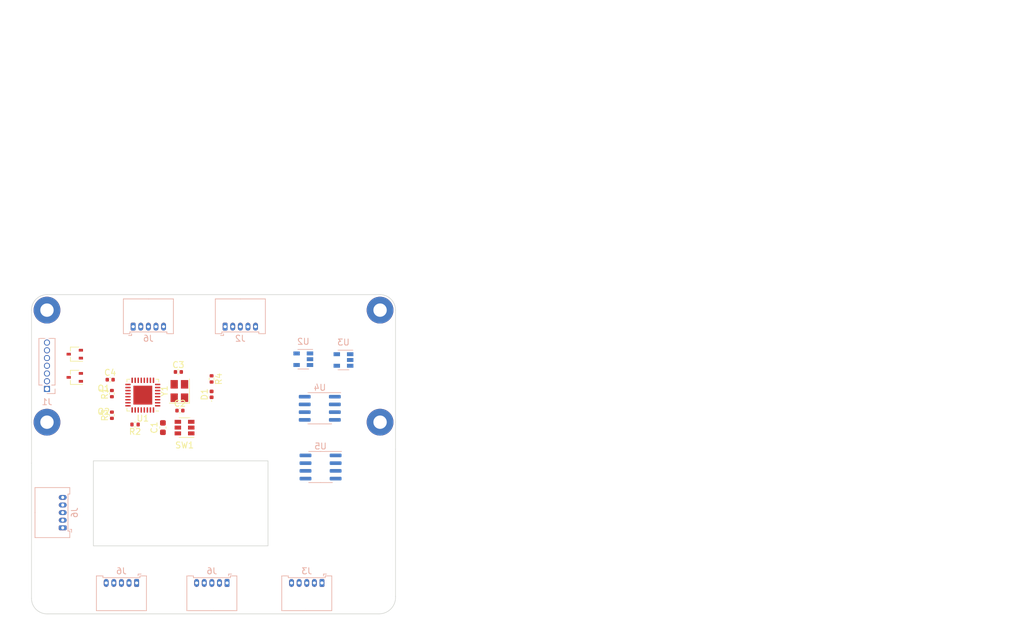
<source format=kicad_pcb>
(kicad_pcb (version 20211014) (generator pcbnew)
  (layers (0 "F.Cu" signal) (31 "B.Cu" signal) (34 "B.Paste" user) (35 "F.Paste" user) (36 "B.SilkS" user "B.Silkscreen") (37 "F.SilkS" user "F.Silkscreen") (38 "B.Mask" user) (39 "F.Mask" user) (44 "Edge.Cuts" user))
  (net 0 "")
  (net 1 "+5V")
  (net 2 "GND")
  (net 3 "Net-(C2-Pad1)")
  (net 4 "Net-(C3-Pad1)")
  (net 5 "Net-(C4-Pad1)")
  (net 6 "Net-(D1-Pad1)")
  (net 11 "Net-(Q1-Pad1)")
  (net 12 "/SDA")
  (net 13 "Net-(Q2-Pad1)")
  (net 14 "/SCL")
  (net 15 "/ISP_RESET")
  (net 16 "/PWEN")
  (net 28 "/ISP_MOSI")
  (net 29 "/ISP_MISO")
  (net 30 "/ISP_SCK")
  (net 37 "/UART0_RX")
  (net 38 "/UART0_TX")
  (footprint "Capacitor_SMD:C_0402_1005Metric" (layer "F.Cu") (at 127.607 78.486)
    (fp_text reference "C4" (at 0 -1.16) (layer "F.SilkS"))
    (fp_text value "22pF")
    (fp_line (start -0.107836 0.36) (end 0.107836 0.36) (layer "F.SilkS") (width 0.12))
    (fp_line (start -0.107836 -0.36) (end 0.107836 -0.36) (layer "F.SilkS") (width 0.12))
    (pad "1" smd roundrect locked (at -0.48 0) (size 0.56 0.62) (layers "F.Cu" "F.Paste" "F.Mask") (net 5 "Net-(C4-Pad1)"))
    (pad "2" smd roundrect locked (at 0.48 0) (size 0.56 0.62) (layers "F.Cu" "F.Paste" "F.Mask") (net 2 "GND"))
  )
  (footprint "Resistor_SMD:R_0402_1005Metric" (layer "F.Cu") (at 127.889 80.774 90)
    (fp_text reference "R1" (at 0 -1.17 90) (layer "F.SilkS"))
    (fp_text value "20K")
    (fp_line (start -0.153641 0.38) (end 0.153641 0.38) (layer "F.SilkS") (width 0.12))
    (fp_line (start -0.153641 -0.38) (end 0.153641 -0.38) (layer "F.SilkS") (width 0.12))
    (pad "1" smd roundrect locked (at -0.51 0 90) (size 0.54 0.64) (layers "F.Cu" "F.Paste" "F.Mask") (net 15 "/ISP_RESET"))
    (pad "2" smd roundrect locked (at 0.51 0 90) (size 0.54 0.64) (layers "F.Cu" "F.Paste" "F.Mask") (net 3 "Net-(C2-Pad1)"))
  )
  (footprint "MountingHole:MountingHole_2.2mm_M2_Pad" (layer "F.Cu") (at 117.221 85.471)
    (fp_text reference "H1" hide)
    (fp_text value "MountingHole_Pad")
    (pad "1" thru_hole circle locked (at 0 0) (size 4.4 4.4) (drill 2.2) (layers *.Cu *.Mask))
  )
  (footprint "Capacitor_SMD:C_0603_1608Metric" (layer "F.Cu") (at 136.271 86.36 90)
    (fp_text reference "C1" (at 0 -1.43 90) (layer "F.SilkS"))
    (fp_text value "1uF")
    (fp_line (start -0.14058 0.51) (end 0.14058 0.51) (layer "F.SilkS") (width 0.12))
    (fp_line (start -0.14058 -0.51) (end 0.14058 -0.51) (layer "F.SilkS") (width 0.12))
    (pad "1" smd roundrect locked (at -0.775 0 90) (size 0.9 0.95) (layers "F.Cu" "F.Paste" "F.Mask") (net 1 "+5V"))
    (pad "2" smd roundrect locked (at 0.775 0 90) (size 0.9 0.95) (layers "F.Cu" "F.Paste" "F.Mask") (net 2 "GND"))
  )
  (footprint "MountingHole:MountingHole_2.2mm_M2_Pad" (layer "F.Cu") (at 171.958 85.471)
    (fp_text reference "H3" hide)
    (fp_text value "MountingHole_Pad")
    (pad "1" thru_hole circle locked (at 0 0) (size 4.4 4.4) (drill 2.2) (layers *.Cu *.Mask))
  )
  (footprint "Resistor_SMD:R_0402_1005Metric" (layer "F.Cu") (at 131.697 85.852 180)
    (fp_text reference "R2" (at 0 -1.17) (layer "F.SilkS"))
    (fp_text value "10K")
    (fp_line (start -0.153641 0.38) (end 0.153641 0.38) (layer "F.SilkS") (width 0.12))
    (fp_line (start -0.153641 -0.38) (end 0.153641 -0.38) (layer "F.SilkS") (width 0.12))
    (pad "1" smd roundrect locked (at -0.51 0 180) (size 0.54 0.64) (layers "F.Cu" "F.Paste" "F.Mask") (net 11 "Net-(Q1-Pad1)"))
    (pad "2" smd roundrect locked (at 0.51 0 180) (size 0.54 0.64) (layers "F.Cu" "F.Paste" "F.Mask") (net 3 "Net-(C2-Pad1)"))
  )
  (footprint "MountingHole:MountingHole_2.2mm_M2_Pad" (layer "F.Cu") (at 117.221 67.056)
    (fp_text reference "H2" hide)
    (fp_text value "MountingHole_Pad")
    (pad "1" thru_hole circle locked (at 0 0) (size 4.4 4.4) (drill 2.2) (layers *.Cu *.Mask))
  )
  (footprint "MountingHole:MountingHole_2.2mm_M2_Pad" (layer "F.Cu") (at 171.958 67.056)
    (fp_text reference "H4" hide)
    (fp_text value "MountingHole_Pad")
    (pad "1" thru_hole circle locked (at 0 0) (size 4.4 4.4) (drill 2.2) (layers *.Cu *.Mask))
  )
  (footprint "Capacitor_SMD:C_0402_1005Metric" (layer "F.Cu") (at 139.065 83.566)
    (fp_text reference "C2" (at 0 -1.16) (layer "F.SilkS"))
    (fp_text value "100nF")
    (fp_line (start -0.107836 -0.36) (end 0.107836 -0.36) (layer "F.SilkS") (width 0.12))
    (fp_line (start -0.107836 0.36) (end 0.107836 0.36) (layer "F.SilkS") (width 0.12))
    (pad "1" smd roundrect locked (at -0.48 0) (size 0.56 0.62) (layers "F.Cu" "F.Paste" "F.Mask") (net 3 "Net-(C2-Pad1)"))
    (pad "2" smd roundrect locked (at 0.48 0) (size 0.56 0.62) (layers "F.Cu" "F.Paste" "F.Mask") (net 2 "GND"))
  )
  (footprint "Resistor_SMD:R_0402_1005Metric" (layer "F.Cu") (at 127.889 84.328 90)
    (fp_text reference "R3" (at 0 -1.17 90) (layer "F.SilkS"))
    (fp_text value "10K")
    (fp_line (start -0.153641 -0.38) (end 0.153641 -0.38) (layer "F.SilkS") (width 0.12))
    (fp_line (start -0.153641 0.38) (end 0.153641 0.38) (layer "F.SilkS") (width 0.12))
    (pad "1" smd roundrect locked (at -0.51 0 90) (size 0.54 0.64) (layers "F.Cu" "F.Paste" "F.Mask") (net 13 "Net-(Q2-Pad1)"))
    (pad "2" smd roundrect locked (at 0.51 0 90) (size 0.54 0.64) (layers "F.Cu" "F.Paste" "F.Mask") (net 3 "Net-(C2-Pad1)"))
  )
  (footprint "LED_SMD:LED_0402_1005Metric" (layer "F.Cu") (at 144.272 80.899 90)
    (fp_text reference "D1" (at 0 -1.17 90) (layer "F.SilkS"))
    (fp_text value "NODE_STATUSLED")
    (fp_circle (center -1.09 0) (end -1.04 0) (layer "F.SilkS") (width 0.1) (fill none))
    (pad "1" smd roundrect locked (at -0.485 0 90) (size 0.59 0.64) (layers "F.Cu" "F.Paste" "F.Mask") (net 6 "Net-(D1-Pad1)"))
    (pad "2" smd roundrect locked (at 0.485 0 90) (size 0.59 0.64) (layers "F.Cu" "F.Paste" "F.Mask") (net 3 "Net-(C2-Pad1)"))
  )
  (footprint "Resistor_SMD:R_0402_1005Metric" (layer "F.Cu") (at 144.272 78.359 -90)
    (fp_text reference "R4" (at 0 -1.17 90) (layer "F.SilkS"))
    (fp_text value "1K")
    (fp_line (start -0.153641 0.38) (end 0.153641 0.38) (layer "F.SilkS") (width 0.12))
    (fp_line (start -0.153641 -0.38) (end 0.153641 -0.38) (layer "F.SilkS") (width 0.12))
    (pad "1" smd roundrect locked (at -0.51 0 270) (size 0.54 0.64) (layers "F.Cu" "F.Paste" "F.Mask") (net 2 "GND"))
    (pad "2" smd roundrect locked (at 0.51 0 270) (size 0.54 0.64) (layers "F.Cu" "F.Paste" "F.Mask") (net 6 "Net-(D1-Pad1)"))
  )
  (footprint "Package_DFN_QFN:QFN-32-1EP_5x5mm_P0.5mm_EP3.1x3.1mm" (layer "F.Cu") (at 132.969 81.026 180)
    (fp_text reference "U1" (at 0 -3.82) (layer "F.SilkS"))
    (fp_text value "ATmega328PB-MU")
    (fp_line (start -2.135 -2.61) (end -2.61 -2.61) (layer "F.SilkS") (width 0.12))
    (fp_line (start 2.61 -2.61) (end 2.61 -2.135) (layer "F.SilkS") (width 0.12))
    (fp_line (start 2.135 -2.61) (end 2.61 -2.61) (layer "F.SilkS") (width 0.12))
    (fp_line (start -2.61 2.61) (end -2.61 2.135) (layer "F.SilkS") (width 0.12))
    (fp_line (start 2.135 2.61) (end 2.61 2.61) (layer "F.SilkS") (width 0.12))
    (fp_line (start -2.135 2.61) (end -2.61 2.61) (layer "F.SilkS") (width 0.12))
    (fp_line (start 2.61 2.61) (end 2.61 2.135) (layer "F.SilkS") (width 0.12))
    (pad "1" smd roundrect locked (at -2.4375 -1.75 180) (size 0.875 0.25) (layers "F.Cu" "F.Paste" "F.Mask"))
    (pad "2" smd roundrect locked (at -2.4375 -1.25 180) (size 0.875 0.25) (layers "F.Cu" "F.Paste" "F.Mask"))
    (pad "3" smd roundrect locked (at -2.4375 -0.75 180) (size 0.875 0.25) (layers "F.Cu" "F.Paste" "F.Mask"))
    (pad "4" smd roundrect locked (at -2.4375 -0.25 180) (size 0.875 0.25) (layers "F.Cu" "F.Paste" "F.Mask") (net 3 "Net-(C2-Pad1)"))
    (pad "5" smd roundrect locked (at -2.4375 0.25 180) (size 0.875 0.25) (layers "F.Cu" "F.Paste" "F.Mask") (net 2 "GND"))
    (pad "6" smd roundrect locked (at -2.4375 0.75 180) (size 0.875 0.25) (layers "F.Cu" "F.Paste" "F.Mask"))
    (pad "7" smd roundrect locked (at -2.4375 1.25 180) (size 0.875 0.25) (layers "F.Cu" "F.Paste" "F.Mask") (net 5 "Net-(C4-Pad1)"))
    (pad "8" smd roundrect locked (at -2.4375 1.75 180) (size 0.875 0.25) (layers "F.Cu" "F.Paste" "F.Mask") (net 4 "Net-(C3-Pad1)"))
    (pad "9" smd roundrect locked (at -1.75 2.4375 180) (size 0.25 0.875) (layers "F.Cu" "F.Paste" "F.Mask"))
    (pad "10" smd roundrect locked (at -1.25 2.4375 180) (size 0.25 0.875) (layers "F.Cu" "F.Paste" "F.Mask"))
    (pad "11" smd roundrect locked (at -0.75 2.4375 180) (size 0.25 0.875) (layers "F.Cu" "F.Paste" "F.Mask"))
    (pad "12" smd roundrect locked (at -0.25 2.4375 180) (size 0.25 0.875) (layers "F.Cu" "F.Paste" "F.Mask"))
    (pad "13" smd roundrect locked (at 0.25 2.4375 180) (size 0.25 0.875) (layers "F.Cu" "F.Paste" "F.Mask"))
    (pad "14" smd roundrect locked (at 0.75 2.4375 180) (size 0.25 0.875) (layers "F.Cu" "F.Paste" "F.Mask"))
    (pad "15" smd roundrect locked (at 1.25 2.4375 180) (size 0.25 0.875) (layers "F.Cu" "F.Paste" "F.Mask") (net 28 "/ISP_MOSI"))
    (pad "16" smd roundrect locked (at 1.75 2.4375 180) (size 0.25 0.875) (layers "F.Cu" "F.Paste" "F.Mask") (net 29 "/ISP_MISO"))
    (pad "17" smd roundrect locked (at 2.4375 1.75 180) (size 0.875 0.25) (layers "F.Cu" "F.Paste" "F.Mask") (net 30 "/ISP_SCK"))
    (pad "18" smd roundrect locked (at 2.4375 1.25 180) (size 0.875 0.25) (layers "F.Cu" "F.Paste" "F.Mask") (net 3 "Net-(C2-Pad1)"))
    (pad "19" smd roundrect locked (at 2.4375 0.75 180) (size 0.875 0.25) (layers "F.Cu" "F.Paste" "F.Mask"))
    (pad "20" smd roundrect locked (at 2.4375 0.25 180) (size 0.875 0.25) (layers "F.Cu" "F.Paste" "F.Mask") (net 3 "Net-(C2-Pad1)"))
    (pad "21" smd roundrect locked (at 2.4375 -0.25 180) (size 0.875 0.25) (layers "F.Cu" "F.Paste" "F.Mask") (net 2 "GND"))
    (pad "22" smd roundrect locked (at 2.4375 -0.75 180) (size 0.875 0.25) (layers "F.Cu" "F.Paste" "F.Mask"))
    (pad "23" smd roundrect locked (at 2.4375 -1.25 180) (size 0.875 0.25) (layers "F.Cu" "F.Paste" "F.Mask"))
    (pad "24" smd roundrect locked (at 2.4375 -1.75 180) (size 0.875 0.25) (layers "F.Cu" "F.Paste" "F.Mask"))
    (pad "25" smd roundrect locked (at 1.75 -2.4375 180) (size 0.25 0.875) (layers "F.Cu" "F.Paste" "F.Mask"))
    (pad "26" smd roundrect locked (at 1.25 -2.4375 180) (size 0.25 0.875) (layers "F.Cu" "F.Paste" "F.Mask"))
    (pad "27" smd roundrect locked (at 0.75 -2.4375 180) (size 0.25 0.875) (layers "F.Cu" "F.Paste" "F.Mask") (net 11 "Net-(Q1-Pad1)"))
    (pad "28" smd roundrect locked (at 0.25 -2.4375 180) (size 0.25 0.875) (layers "F.Cu" "F.Paste" "F.Mask") (net 13 "Net-(Q2-Pad1)"))
    (pad "29" smd roundrect locked (at -0.25 -2.4375 180) (size 0.25 0.875) (layers "F.Cu" "F.Paste" "F.Mask") (net 15 "/ISP_RESET"))
    (pad "30" smd roundrect locked (at -0.75 -2.4375 180) (size 0.25 0.875) (layers "F.Cu" "F.Paste" "F.Mask") (net 37 "/UART0_RX"))
    (pad "31" smd roundrect locked (at -1.25 -2.4375 180) (size 0.25 0.875) (layers "F.Cu" "F.Paste" "F.Mask") (net 38 "/UART0_TX"))
    (pad "32" smd roundrect locked (at -1.75 -2.4375 180) (size 0.25 0.875) (layers "F.Cu" "F.Paste" "F.Mask"))
    (pad "33" smd rect locked (at 0 0 180) (size 3.1 3.1) (layers "F.Cu" "F.Mask") (net 2 "GND"))
  )
  (footprint "Package_TO_SOT_SMD:SOT-23-6" (layer "F.Cu") (at 139.827 86.36 180)
    (fp_text reference "SW1" (at 0 -2.9) (layer "F.SilkS"))
    (fp_text value "ADG802BRT")
    (fp_line (start -0.9 1.61) (end 0.9 1.61) (layer "F.SilkS") (width 0.12))
    (fp_line (start 0.9 -1.61) (end -1.55 -1.61) (layer "F.SilkS") (width 0.12))
    (pad "1" smd rect locked (at -1.1 -0.95 180) (size 1.06 0.65) (layers "F.Cu" "F.Paste" "F.Mask") (net 3 "Net-(C2-Pad1)"))
    (pad "2" smd rect locked (at -1.1 0 180) (size 1.06 0.65) (layers "F.Cu" "F.Paste" "F.Mask") (net 1 "+5V"))
    (pad "3" smd rect locked (at -1.1 0.95 180) (size 1.06 0.65) (layers "F.Cu" "F.Paste" "F.Mask") (net 2 "GND"))
    (pad "4" smd rect locked (at 1.1 0.95 180) (size 1.06 0.65) (layers "F.Cu" "F.Paste" "F.Mask") (net 16 "/PWEN"))
    (pad "5" smd rect locked (at 1.1 0 180) (size 1.06 0.65) (layers "F.Cu" "F.Paste" "F.Mask"))
    (pad "6" smd rect locked (at 1.1 -0.95 180) (size 1.06 0.65) (layers "F.Cu" "F.Paste" "F.Mask") (net 1 "+5V"))
  )
  (footprint "Capacitor_SMD:C_0402_1005Metric" (layer "F.Cu") (at 138.811 77.216)
    (fp_text reference "C3" (at 0 -1.16) (layer "F.SilkS"))
    (fp_text value "22pF")
    (fp_line (start -0.107836 -0.36) (end 0.107836 -0.36) (layer "F.SilkS") (width 0.12))
    (fp_line (start -0.107836 0.36) (end 0.107836 0.36) (layer "F.SilkS") (width 0.12))
    (pad "1" smd roundrect locked (at -0.48 0) (size 0.56 0.62) (layers "F.Cu" "F.Paste" "F.Mask") (net 4 "Net-(C3-Pad1)"))
    (pad "2" smd roundrect locked (at 0.48 0) (size 0.56 0.62) (layers "F.Cu" "F.Paste" "F.Mask") (net 2 "GND"))
  )
  (footprint "Package_TO_SOT_SMD:SOT-323_SC-70" (layer "F.Cu") (at 121.793 74.295 180)
    (fp_text reference "Q1" (at -4.749 -5.633) (layer "F.SilkS"))
    (fp_text value "RJU003N03 NMOS")
    (fp_line (start 0.73 -1.16) (end 0.73 -0.5) (layer "F.SilkS") (width 0.12))
    (fp_line (start 0.73 0.5) (end 0.73 1.16) (layer "F.SilkS") (width 0.12))
    (fp_line (start 0.73 -1.16) (end -1.3 -1.16) (layer "F.SilkS") (width 0.12))
    (fp_line (start -0.68 1.16) (end 0.73 1.16) (layer "F.SilkS") (width 0.12))
    (pad "1" smd rect locked (at -1 -0.65 90) (size 0.45 0.7) (layers "F.Cu" "F.Paste" "F.Mask") (net 11 "Net-(Q1-Pad1)"))
    (pad "2" smd rect locked (at -1 0.65 90) (size 0.45 0.7) (layers "F.Cu" "F.Paste" "F.Mask") (net 3 "Net-(C2-Pad1)"))
    (pad "3" smd rect locked (at 1 0 90) (size 0.45 0.7) (layers "F.Cu" "F.Paste" "F.Mask") (net 12 "/SDA"))
  )
  (footprint "Crystal:Crystal_SMD_3225-4Pin_3.2x2.5mm" (layer "F.Cu") (at 138.977 80.348 90)
    (fp_text reference "Y1" (at 0 -2.45 90) (layer "F.SilkS"))
    (fp_text value "8 MHz")
    (fp_line (start -2 1.65) (end 2 1.65) (layer "F.SilkS") (width 0.12))
    (fp_line (start -2 -1.65) (end -2 1.65) (layer "F.SilkS") (width 0.12))
    (pad "1" smd rect locked (at -1.1 0.85 90) (size 1.4 1.2) (layers "F.Cu" "F.Paste" "F.Mask") (net 5 "Net-(C4-Pad1)"))
    (pad "2" smd rect locked (at 1.1 0.85 90) (size 1.4 1.2) (layers "F.Cu" "F.Paste" "F.Mask") (net 2 "GND"))
    (pad "3" smd rect locked (at 1.1 -0.85 90) (size 1.4 1.2) (layers "F.Cu" "F.Paste" "F.Mask") (net 4 "Net-(C3-Pad1)"))
    (pad "4" smd rect locked (at -1.1 -0.85 90) (size 1.4 1.2) (layers "F.Cu" "F.Paste" "F.Mask") (net 2 "GND"))
  )
  (footprint "Package_TO_SOT_SMD:SOT-323_SC-70" (layer "F.Cu") (at 121.793 78.105 180)
    (fp_text reference "Q2" (at -4.749 -5.633) (layer "F.SilkS"))
    (fp_text value "RJU003N03 NMOS")
    (fp_line (start 0.73 0.5) (end 0.73 1.16) (layer "F.SilkS") (width 0.12))
    (fp_line (start 0.73 -1.16) (end 0.73 -0.5) (layer "F.SilkS") (width 0.12))
    (fp_line (start -0.68 1.16) (end 0.73 1.16) (layer "F.SilkS") (width 0.12))
    (fp_line (start 0.73 -1.16) (end -1.3 -1.16) (layer "F.SilkS") (width 0.12))
    (pad "1" smd rect locked (at -1 -0.65 90) (size 0.45 0.7) (layers "F.Cu" "F.Paste" "F.Mask") (net 13 "Net-(Q2-Pad1)"))
    (pad "2" smd rect locked (at -1 0.65 90) (size 0.45 0.7) (layers "F.Cu" "F.Paste" "F.Mask") (net 3 "Net-(C2-Pad1)"))
    (pad "3" smd rect locked (at 1 0 90) (size 0.45 0.7) (layers "F.Cu" "F.Paste" "F.Mask") (net 14 "/SCL"))
  )
  (footprint "Connector_Molex:Molex_PicoBlade_53048-0510_1x05_P1.25mm_Horizontal" (layer "B.Cu") (at 146.812 111.887 180)
    (fp_text reference "J6" (at 2.5 1.95) (layer "B.SilkS") (effects (justify mirror)))
    (fp_text value "Conn_01x05_Female")
    (fp_line (start 6.61 1.16) (end 6.61 -4.56) (layer "B.SilkS") (width 0.12))
    (fp_line (start -0.25 1.45) (end -0.75 1.45) (layer "B.SilkS") (width 0.12))
    (fp_line (start -0.54 1.16) (end -1.61 1.16) (layer "B.SilkS") (width 0.12))
    (fp_line (start 6.61 -4.56) (end 2.5 -4.56) (layer "B.SilkS") (width 0.12))
    (fp_line (start -1.61 1.16) (end -1.61 -4.56) (layer "B.SilkS") (width 0.12))
    (fp_line (start 5.54 0.86) (end 5.54 1.16) (layer "B.SilkS") (width 0.12))
    (fp_line (start -0.25 1.15) (end -0.25 1.45) (layer "B.SilkS") (width 0.12))
    (fp_line (start -0.54 0.86) (end -0.54 1.16) (layer "B.SilkS") (width 0.12))
    (fp_line (start 5.54 1.16) (end 6.61 1.16) (layer "B.SilkS") (width 0.12))
    (fp_line (start 2.5 0.86) (end 5.54 0.86) (layer "B.SilkS") (width 0.12))
    (fp_line (start -1.61 -4.56) (end 2.5 -4.56) (layer "B.SilkS") (width 0.12))
    (fp_line (start 2.5 0.86) (end -0.54 0.86) (layer "B.SilkS") (width 0.12))
    (pad "1" thru_hole roundrect locked (at 0 0 180) (size 0.8 1.3) (drill 0.5) (layers *.Cu *.Mask))
    (pad "2" thru_hole oval locked (at 1.25 0 180) (size 0.8 1.3) (drill 0.5) (layers *.Cu *.Mask))
    (pad "3" thru_hole oval locked (at 2.5 0 180) (size 0.8 1.3) (drill 0.5) (layers *.Cu *.Mask))
    (pad "4" thru_hole oval locked (at 3.75 0 180) (size 0.8 1.3) (drill 0.5) (layers *.Cu *.Mask))
    (pad "5" thru_hole oval locked (at 5 0 180) (size 0.8 1.3) (drill 0.5) (layers *.Cu *.Mask))
  )
  (footprint "Package_TO_SOT_SMD:SOT-23-5" (layer "B.Cu") (at 159.342 75.123 180)
    (fp_text reference "U2" (at 0 2.9) (layer "B.SilkS") (effects (justify mirror)))
    (fp_text value "LMV7239M5")
    (fp_line (start 0.9 1.61) (end -1.55 1.61) (layer "B.SilkS") (width 0.12))
    (fp_line (start -0.9 -1.61) (end 0.9 -1.61) (layer "B.SilkS") (width 0.12))
    (pad "1" smd rect locked (at -1.1 0.95 180) (size 1.06 0.65) (layers "B.Cu" "B.Paste" "B.Mask"))
    (pad "2" smd rect locked (at -1.1 0 180) (size 1.06 0.65) (layers "B.Cu" "B.Paste" "B.Mask"))
    (pad "3" smd rect locked (at -1.1 -0.95 180) (size 1.06 0.65) (layers "B.Cu" "B.Paste" "B.Mask"))
    (pad "4" smd rect locked (at 1.1 -0.95 180) (size 1.06 0.65) (layers "B.Cu" "B.Paste" "B.Mask"))
    (pad "5" smd rect locked (at 1.1 0.95 180) (size 1.06 0.65) (layers "B.Cu" "B.Paste" "B.Mask"))
  )
  (footprint "Connector_Molex:Molex_PicoBlade_53048-0510_1x05_P1.25mm_Horizontal" (layer "B.Cu") (at 119.81 102.83 90)
    (fp_text reference "J6" (at 2.5 1.95 90) (layer "B.SilkS") (effects (justify mirror)))
    (fp_text value "Conn_01x05_Female")
    (fp_line (start 2.5 0.86) (end -0.54 0.86) (layer "B.SilkS") (width 0.12))
    (fp_line (start -0.54 1.16) (end -1.61 1.16) (layer "B.SilkS") (width 0.12))
    (fp_line (start 5.54 1.16) (end 6.61 1.16) (layer "B.SilkS") (width 0.12))
    (fp_line (start -0.54 0.86) (end -0.54 1.16) (layer "B.SilkS") (width 0.12))
    (fp_line (start 5.54 0.86) (end 5.54 1.16) (layer "B.SilkS") (width 0.12))
    (fp_line (start 6.61 -4.56) (end 2.5 -4.56) (layer "B.SilkS") (width 0.12))
    (fp_line (start 2.5 0.86) (end 5.54 0.86) (layer "B.SilkS") (width 0.12))
    (fp_line (start -0.25 1.45) (end -0.75 1.45) (layer "B.SilkS") (width 0.12))
    (fp_line (start -0.25 1.15) (end -0.25 1.45) (layer "B.SilkS") (width 0.12))
    (fp_line (start 6.61 1.16) (end 6.61 -4.56) (layer "B.SilkS") (width 0.12))
    (fp_line (start -1.61 -4.56) (end 2.5 -4.56) (layer "B.SilkS") (width 0.12))
    (fp_line (start -1.61 1.16) (end -1.61 -4.56) (layer "B.SilkS") (width 0.12))
    (pad "1" thru_hole roundrect locked (at 0 0 90) (size 0.8 1.3) (drill 0.5) (layers *.Cu *.Mask))
    (pad "2" thru_hole oval locked (at 1.25 0 90) (size 0.8 1.3) (drill 0.5) (layers *.Cu *.Mask))
    (pad "3" thru_hole oval locked (at 2.5 0 90) (size 0.8 1.3) (drill 0.5) (layers *.Cu *.Mask))
    (pad "4" thru_hole oval locked (at 3.75 0 90) (size 0.8 1.3) (drill 0.5) (layers *.Cu *.Mask))
    (pad "5" thru_hole oval locked (at 5 0 90) (size 0.8 1.3) (drill 0.5) (layers *.Cu *.Mask))
  )
  (footprint "Connector_Molex:Molex_PicoBlade_53048-0510_1x05_P1.25mm_Horizontal" (layer "B.Cu") (at 146.494238 69.772)
    (fp_text reference "J2" (at 2.5 1.95) (layer "B.SilkS") (effects (justify mirror)))
    (fp_text value "Conn_01x05_Female")
    (fp_line (start -0.25 1.45) (end -0.75 1.45) (layer "B.SilkS") (width 0.12))
    (fp_line (start 2.5 0.86) (end -0.54 0.86) (layer "B.SilkS") (width 0.12))
    (fp_line (start -0.54 1.16) (end -1.61 1.16) (layer "B.SilkS") (width 0.12))
    (fp_line (start 2.5 0.86) (end 5.54 0.86) (layer "B.SilkS") (width 0.12))
    (fp_line (start -1.61 1.16) (end -1.61 -4.56) (layer "B.SilkS") (width 0.12))
    (fp_line (start -0.25 1.15) (end -0.25 1.45) (layer "B.SilkS") (width 0.12))
    (fp_line (start 5.54 0.86) (end 5.54 1.16) (layer "B.SilkS") (width 0.12))
    (fp_line (start 6.61 -4.56) (end 2.5 -4.56) (layer "B.SilkS") (width 0.12))
    (fp_line (start 6.61 1.16) (end 6.61 -4.56) (layer "B.SilkS") (width 0.12))
    (fp_line (start -1.61 -4.56) (end 2.5 -4.56) (layer "B.SilkS") (width 0.12))
    (fp_line (start 5.54 1.16) (end 6.61 1.16) (layer "B.SilkS") (width 0.12))
    (fp_line (start -0.54 0.86) (end -0.54 1.16) (layer "B.SilkS") (width 0.12))
    (pad "1" thru_hole roundrect locked (at 0 0) (size 0.8 1.3) (drill 0.5) (layers *.Cu *.Mask))
    (pad "2" thru_hole oval locked (at 1.25 0) (size 0.8 1.3) (drill 0.5) (layers *.Cu *.Mask))
    (pad "3" thru_hole oval locked (at 2.5 0) (size 0.8 1.3) (drill 0.5) (layers *.Cu *.Mask))
    (pad "4" thru_hole oval locked (at 3.75 0) (size 0.8 1.3) (drill 0.5) (layers *.Cu *.Mask))
    (pad "5" thru_hole oval locked (at 5 0) (size 0.8 1.3) (drill 0.5) (layers *.Cu *.Mask))
  )
  (footprint "Connector_Molex:Molex_PicoBlade_53048-0510_1x05_P1.25mm_Horizontal" (layer "B.Cu") (at 162.409762 111.887 180)
    (fp_text reference "J3" (at 2.5 1.95) (layer "B.SilkS") (effects (justify mirror)))
    (fp_text value "Conn_01x05_Female")
    (fp_line (start 6.61 -4.56) (end 2.5 -4.56) (layer "B.SilkS") (width 0.12))
    (fp_line (start -0.25 1.15) (end -0.25 1.45) (layer "B.SilkS") (width 0.12))
    (fp_line (start 2.5 0.86) (end 5.54 0.86) (layer "B.SilkS") (width 0.12))
    (fp_line (start 6.61 1.16) (end 6.61 -4.56) (layer "B.SilkS") (width 0.12))
    (fp_line (start -0.54 1.16) (end -1.61 1.16) (layer "B.SilkS") (width 0.12))
    (fp_line (start 2.5 0.86) (end -0.54 0.86) (layer "B.SilkS") (width 0.12))
    (fp_line (start 5.54 1.16) (end 6.61 1.16) (layer "B.SilkS") (width 0.12))
    (fp_line (start 5.54 0.86) (end 5.54 1.16) (layer "B.SilkS") (width 0.12))
    (fp_line (start -0.25 1.45) (end -0.75 1.45) (layer "B.SilkS") (width 0.12))
    (fp_line (start -1.61 -4.56) (end 2.5 -4.56) (layer "B.SilkS") (width 0.12))
    (fp_line (start -1.61 1.16) (end -1.61 -4.56) (layer "B.SilkS") (width 0.12))
    (fp_line (start -0.54 0.86) (end -0.54 1.16) (layer "B.SilkS") (width 0.12))
    (pad "1" thru_hole roundrect locked (at 0 0 180) (size 0.8 1.3) (drill 0.5) (layers *.Cu *.Mask))
    (pad "2" thru_hole oval locked (at 1.25 0 180) (size 0.8 1.3) (drill 0.5) (layers *.Cu *.Mask))
    (pad "3" thru_hole oval locked (at 2.5 0 180) (size 0.8 1.3) (drill 0.5) (layers *.Cu *.Mask))
    (pad "4" thru_hole oval locked (at 3.75 0 180) (size 0.8 1.3) (drill 0.5) (layers *.Cu *.Mask))
    (pad "5" thru_hole oval locked (at 5 0 180) (size 0.8 1.3) (drill 0.5) (layers *.Cu *.Mask))
  )
  (footprint "Package_SO:SOIC-8_3.9x4.9mm_P1.27mm" (layer "B.Cu") (at 162.179 92.837 180)
    (fp_text reference "U5" (at 0 3.4) (layer "B.SilkS") (effects (justify mirror)))
    (fp_text value "LMC555xM")
    (fp_line (start 0 2.56) (end -3.45 2.56) (layer "B.SilkS") (width 0.12))
    (fp_line (start 0 -2.56) (end 1.95 -2.56) (layer "B.SilkS") (width 0.12))
    (fp_line (start 0 -2.56) (end -1.95 -2.56) (layer "B.SilkS") (width 0.12))
    (fp_line (start 0 2.56) (end 1.95 2.56) (layer "B.SilkS") (width 0.12))
    (pad "1" smd roundrect locked (at -2.475 1.905 180) (size 1.95 0.6) (layers "B.Cu" "B.Paste" "B.Mask"))
    (pad "2" smd roundrect locked (at -2.475 0.635 180) (size 1.95 0.6) (layers "B.Cu" "B.Paste" "B.Mask"))
    (pad "3" smd roundrect locked (at -2.475 -0.635 180) (size 1.95 0.6) (layers "B.Cu" "B.Paste" "B.Mask"))
    (pad "4" smd roundrect locked (at -2.475 -1.905 180) (size 1.95 0.6) (layers "B.Cu" "B.Paste" "B.Mask"))
    (pad "5" smd roundrect locked (at 2.475 -1.905 180) (size 1.95 0.6) (layers "B.Cu" "B.Paste" "B.Mask"))
    (pad "6" smd roundrect locked (at 2.475 -0.635 180) (size 1.95 0.6) (layers "B.Cu" "B.Paste" "B.Mask"))
    (pad "7" smd roundrect locked (at 2.475 0.635 180) (size 1.95 0.6) (layers "B.Cu" "B.Paste" "B.Mask"))
    (pad "8" smd roundrect locked (at 2.475 1.905 180) (size 1.95 0.6) (layers "B.Cu" "B.Paste" "B.Mask"))
  )
  (footprint "Connector_Molex:Molex_PicoBlade_53048-0510_1x05_P1.25mm_Horizontal" (layer "B.Cu") (at 131.381238 69.772)
    (fp_text reference "J6" (at 2.5 1.95) (layer "B.SilkS") (effects (justify mirror)))
    (fp_text value "Conn_01x05_Female")
    (fp_line (start -0.25 1.45) (end -0.75 1.45) (layer "B.SilkS") (width 0.12))
    (fp_line (start 5.54 0.86) (end 5.54 1.16) (layer "B.SilkS") (width 0.12))
    (fp_line (start -0.54 1.16) (end -1.61 1.16) (layer "B.SilkS") (width 0.12))
    (fp_line (start -1.61 -4.56) (end 2.5 -4.56) (layer "B.SilkS") (width 0.12))
    (fp_line (start -0.25 1.15) (end -0.25 1.45) (layer "B.SilkS") (width 0.12))
    (fp_line (start -0.54 0.86) (end -0.54 1.16) (layer "B.SilkS") (width 0.12))
    (fp_line (start 2.5 0.86) (end -0.54 0.86) (layer "B.SilkS") (width 0.12))
    (fp_line (start 6.61 1.16) (end 6.61 -4.56) (layer "B.SilkS") (width 0.12))
    (fp_line (start 6.61 -4.56) (end 2.5 -4.56) (layer "B.SilkS") (width 0.12))
    (fp_line (start 5.54 1.16) (end 6.61 1.16) (layer "B.SilkS") (width 0.12))
    (fp_line (start 2.5 0.86) (end 5.54 0.86) (layer "B.SilkS") (width 0.12))
    (fp_line (start -1.61 1.16) (end -1.61 -4.56) (layer "B.SilkS") (width 0.12))
    (pad "1" thru_hole roundrect locked (at 0 0) (size 0.8 1.3) (drill 0.5) (layers *.Cu *.Mask))
    (pad "2" thru_hole oval locked (at 1.25 0) (size 0.8 1.3) (drill 0.5) (layers *.Cu *.Mask))
    (pad "3" thru_hole oval locked (at 2.5 0) (size 0.8 1.3) (drill 0.5) (layers *.Cu *.Mask))
    (pad "4" thru_hole oval locked (at 3.75 0) (size 0.8 1.3) (drill 0.5) (layers *.Cu *.Mask))
    (pad "5" thru_hole oval locked (at 5 0) (size 0.8 1.3) (drill 0.5) (layers *.Cu *.Mask))
  )
  (footprint "Connector_Molex:Molex_PicoBlade_53048-0510_1x05_P1.25mm_Horizontal" (layer "B.Cu") (at 131.953 111.887 180)
    (fp_text reference "J6" (at 2.5 1.95) (layer "B.SilkS") (effects (justify mirror)))
    (fp_text value "Conn_01x05_Female")
    (fp_line (start 6.61 1.16) (end 6.61 -4.56) (layer "B.SilkS") (width 0.12))
    (fp_line (start 5.54 0.86) (end 5.54 1.16) (layer "B.SilkS") (width 0.12))
    (fp_line (start -1.61 1.16) (end -1.61 -4.56) (layer "B.SilkS") (width 0.12))
    (fp_line (start -0.25 1.45) (end -0.75 1.45) (layer "B.SilkS") (width 0.12))
    (fp_line (start -1.61 -4.56) (end 2.5 -4.56) (layer "B.SilkS") (width 0.12))
    (fp_line (start 2.5 0.86) (end 5.54 0.86) (layer "B.SilkS") (width 0.12))
    (fp_line (start -0.25 1.15) (end -0.25 1.45) (layer "B.SilkS") (width 0.12))
    (fp_line (start 2.5 0.86) (end -0.54 0.86) (layer "B.SilkS") (width 0.12))
    (fp_line (start 6.61 -4.56) (end 2.5 -4.56) (layer "B.SilkS") (width 0.12))
    (fp_line (start -0.54 1.16) (end -1.61 1.16) (layer "B.SilkS") (width 0.12))
    (fp_line (start 5.54 1.16) (end 6.61 1.16) (layer "B.SilkS") (width 0.12))
    (fp_line (start -0.54 0.86) (end -0.54 1.16) (layer "B.SilkS") (width 0.12))
    (pad "1" thru_hole roundrect locked (at 0 0 180) (size 0.8 1.3) (drill 0.5) (layers *.Cu *.Mask))
    (pad "2" thru_hole oval locked (at 1.25 0 180) (size 0.8 1.3) (drill 0.5) (layers *.Cu *.Mask))
    (pad "3" thru_hole oval locked (at 2.5 0 180) (size 0.8 1.3) (drill 0.5) (layers *.Cu *.Mask))
    (pad "4" thru_hole oval locked (at 3.75 0 180) (size 0.8 1.3) (drill 0.5) (layers *.Cu *.Mask))
    (pad "5" thru_hole oval locked (at 5 0 180) (size 0.8 1.3) (drill 0.5) (layers *.Cu *.Mask))
  )
  (footprint "Package_SO:SOIC-8_3.9x4.9mm_P1.27mm" (layer "B.Cu") (at 162.052 83.185 180)
    (fp_text reference "U4" (at 0 3.4) (layer "B.SilkS") (effects (justify mirror)))
    (fp_text value "AD8606ARZ")
    (fp_line (start 0 -2.56) (end -1.95 -2.56) (layer "B.SilkS") (width 0.12))
    (fp_line (start 0 2.56) (end 1.95 2.56) (layer "B.SilkS") (width 0.12))
    (fp_line (start 0 2.56) (end -3.45 2.56) (layer "B.SilkS") (width 0.12))
    (fp_line (start 0 -2.56) (end 1.95 -2.56) (layer "B.SilkS") (width 0.12))
    (pad "1" smd roundrect locked (at -2.475 1.905 180) (size 1.95 0.6) (layers "B.Cu" "B.Paste" "B.Mask"))
    (pad "2" smd roundrect locked (at -2.475 0.635 180) (size 1.95 0.6) (layers "B.Cu" "B.Paste" "B.Mask"))
    (pad "3" smd roundrect locked (at -2.475 -0.635 180) (size 1.95 0.6) (layers "B.Cu" "B.Paste" "B.Mask"))
    (pad "4" smd roundrect locked (at -2.475 -1.905 180) (size 1.95 0.6) (layers "B.Cu" "B.Paste" "B.Mask"))
    (pad "5" smd roundrect locked (at 2.475 -1.905 180) (size 1.95 0.6) (layers "B.Cu" "B.Paste" "B.Mask"))
    (pad "6" smd roundrect locked (at 2.475 -0.635 180) (size 1.95 0.6) (layers "B.Cu" "B.Paste" "B.Mask"))
    (pad "7" smd roundrect locked (at 2.475 0.635 180) (size 1.95 0.6) (layers "B.Cu" "B.Paste" "B.Mask"))
    (pad "8" smd roundrect locked (at 2.475 1.905 180) (size 1.95 0.6) (layers "B.Cu" "B.Paste" "B.Mask"))
  )
  (footprint "Package_TO_SOT_SMD:SOT-23-5" (layer "B.Cu") (at 165.946 75.25 180)
    (fp_text reference "U3" (at 0 2.9) (layer "B.SilkS") (effects (justify mirror)))
    (fp_text value "TS5A3166DBVR")
    (fp_line (start 0.9 1.61) (end -1.55 1.61) (layer "B.SilkS") (width 0.12))
    (fp_line (start -0.9 -1.61) (end 0.9 -1.61) (layer "B.SilkS") (width 0.12))
    (pad "1" smd rect locked (at -1.1 0.95 180) (size 1.06 0.65) (layers "B.Cu" "B.Paste" "B.Mask"))
    (pad "2" smd rect locked (at -1.1 0 180) (size 1.06 0.65) (layers "B.Cu" "B.Paste" "B.Mask"))
    (pad "3" smd rect locked (at -1.1 -0.95 180) (size 1.06 0.65) (layers "B.Cu" "B.Paste" "B.Mask"))
    (pad "4" smd rect locked (at 1.1 -0.95 180) (size 1.06 0.65) (layers "B.Cu" "B.Paste" "B.Mask"))
    (pad "5" smd rect locked (at 1.1 0.95 180) (size 1.06 0.65) (layers "B.Cu" "B.Paste" "B.Mask"))
  )
  (footprint "Connector_PinSocket_1.27mm:PinSocket_1x07_P1.27mm_Vertical" (layer "B.Cu") (at 117.221 80.01)
    (fp_text reference "J1" (at 0 2.135) (layer "B.SilkS") (effects (justify mirror)))
    (fp_text value "Conn_01x07_Female")
    (fp_line (start 0.76 -0.635) (end 1.33 -0.635) (layer "B.SilkS") (width 0.12))
    (fp_line (start 1.33 -0.635) (end 1.33 -8.315) (layer "B.SilkS") (width 0.12))
    (fp_line (start 0.30753 -8.315) (end 1.33 -8.315) (layer "B.SilkS") (width 0.12))
    (fp_line (start 0 0.76) (end 1.33 0.76) (layer "B.SilkS") (width 0.12))
    (fp_line (start -1.33 -8.315) (end -0.30753 -8.315) (layer "B.SilkS") (width 0.12))
    (fp_line (start 1.33 0.76) (end 1.33 0) (layer "B.SilkS") (width 0.12))
    (fp_line (start -1.33 -0.635) (end -0.76 -0.635) (layer "B.SilkS") (width 0.12))
    (fp_line (start -1.33 -0.635) (end -1.33 -8.315) (layer "B.SilkS") (width 0.12))
    (pad "1" thru_hole rect locked (at 0 0) (size 1 1) (drill 0.7) (layers *.Cu *.Mask))
    (pad "2" thru_hole oval locked (at 0 -1.27) (size 1 1) (drill 0.7) (layers *.Cu *.Mask))
    (pad "3" thru_hole oval locked (at 0 -2.54) (size 1 1) (drill 0.7) (layers *.Cu *.Mask))
    (pad "4" thru_hole oval locked (at 0 -3.81) (size 1 1) (drill 0.7) (layers *.Cu *.Mask))
    (pad "5" thru_hole oval locked (at 0 -5.08) (size 1 1) (drill 0.7) (layers *.Cu *.Mask))
    (pad "6" thru_hole oval locked (at 0 -6.35) (size 1 1) (drill 0.7) (layers *.Cu *.Mask))
    (pad "7" thru_hole oval locked (at 0 -7.62) (size 1 1) (drill 0.7) (layers *.Cu *.Mask))
  )
  (gr_line (start 117.221 64.516) (end 171.958 64.516) (layer "Edge.Cuts") (width 0.1))
  (gr_line (start 114.681 92.202) (end 114.677827 114.427) (layer "Edge.Cuts") (width 0.1))
  (gr_line (start 174.498 114.098667) (end 174.498 89.916) (layer "Edge.Cuts") (width 0.1))
  (gr_rect (start 124.841 91.821) (end 153.543 105.791) (layer "Edge.Cuts") (width 0.1) (fill none))
  (gr_line (start 114.681 67.056) (end 114.681 85.471) (layer "Edge.Cuts") (width 0.1))
  (gr_arc (start 117.348 116.967) (mid 115.468181 116.269649) (end 114.677827 114.427) (layer "Edge.Cuts") (width 0.1))
  (gr_arc (start 171.958 64.516) (mid 173.754051 65.259949) (end 174.498 67.056) (layer "Edge.Cuts") (width 0.1))
  (gr_line (start 174.498 85.471) (end 174.498 89.916) (layer "Edge.Cuts") (width 0.1))
  (gr_line (start 114.681 85.471) (end 114.681 92.202) (layer "Edge.Cuts") (width 0.1))
  (gr_arc (start 174.498 114.098667) (mid 173.778932 116.104138) (end 171.831 116.967) (layer "Edge.Cuts") (width 0.1))
  (gr_arc (start 114.681 67.056) (mid 115.424949 65.259949) (end 117.221 64.516) (layer "Edge.Cuts") (width 0.1))
  (gr_line (start 117.348 116.967) (end 171.831 116.967) (layer "Edge.Cuts") (width 0.1))
  (gr_line (start 174.498 67.056) (end 174.498 85.471) (layer "Edge.Cuts") (width 0.1))
)
</source>
